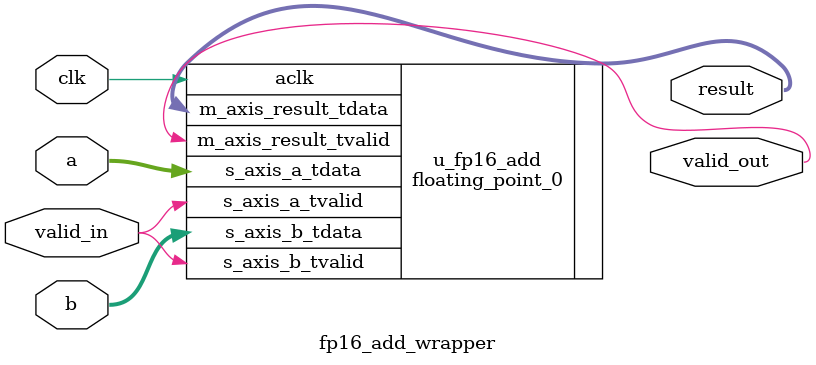
<source format=v>
module fp16_add_wrapper (
    input  wire clk,
    input  wire [15:0] a,
    input  wire [15:0] b,
    input  wire        valid_in,
    output wire [15:0] result,
    output wire        valid_out
);
    floating_point_0 u_fp16_add (
        .aclk(clk),
        .s_axis_a_tvalid(valid_in),
        .s_axis_a_tdata(a),
        .s_axis_b_tvalid(valid_in),
        .s_axis_b_tdata(b),
        .m_axis_result_tvalid(valid_out),
        .m_axis_result_tdata(result)
    );
endmodule

</source>
